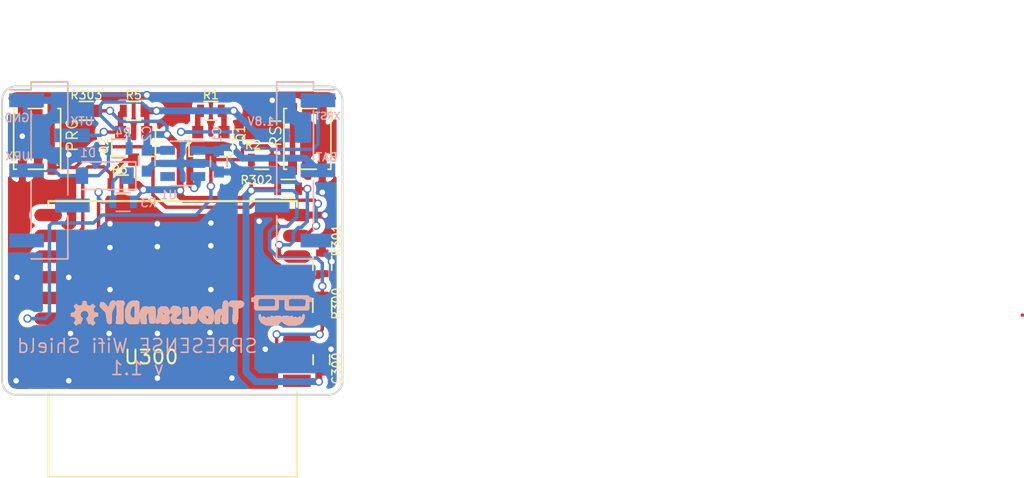
<source format=kicad_pcb>
(kicad_pcb (version 4) (host pcbnew 4.0.7)
  (title_block (title "SPRESENSE ESP8266") (date 2018-09-12) (rev v1.0))
  (layers (0 F.Cu signal) (31 B.Cu signal) (34 B.Paste user) (35 F.Paste user) (36 B.SilkS user) (37 F.SilkS user) (38 B.Mask user) (39 F.Mask user) (44 Edge.Cuts user))
  (net 0 "")
  (net 1 +3V3)
  (net 2 GND)
  (net 3 RXD)
  (net 4 TXD)
  (net 5 RESET)
  (net 6 "Net-(R300-Pad1)")
  (net 7 "Net-(R301-Pad1)")
  (net 8 "Net-(R302-Pad2)")
  (net 9 /UART2_TX)
  (net 10 /UART2_RX)
  (net 11 /XRST_1.8V)
  (net 12 "Net-(R303-Pad1)")
  (net 13 /BAT_VDD)
  (net 14 +1V8)
  (module footprint:ESP-13-WROOM-02 (layer F.Cu) (at 142.367 118.364 180)
    (fp_text reference U300 (at 10.541 1.7145 180) (layer F.SilkS))
    (fp_text value ESP-WROM-02)
    (pad 10 smd oval (at 18 12 180) (size 2 0.9) (layers F.Cu F.Paste F.Mask))
    (pad 9 smd oval (at 0 12 180) (size 2 0.9) (layers F.Cu F.Paste F.Mask) (net 2 GND))
    (pad 1 smd rect (at 0 0 180) (size 2 0.9) (layers F.Cu F.Paste F.Mask) (net 1 +3V3))
    (pad 2 smd oval (at 0 1.5 180) (size 2 0.9) (layers F.Cu F.Paste F.Mask) (net 6 "Net-(R300-Pad1)"))
    (pad 3 smd oval (at 0 3 180) (size 2 0.9) (layers F.Cu F.Paste F.Mask))
    (pad 4 smd oval (at 0 4.5 180) (size 2 0.9) (layers F.Cu F.Paste F.Mask))
    (pad 5 smd oval (at 0 6 180) (size 2 0.9) (layers F.Cu F.Paste F.Mask))
    (pad 6 smd oval (at 0 7.5 180) (size 2 0.9) (layers F.Cu F.Paste F.Mask) (net 7 "Net-(R301-Pad1)"))
    (pad 7 smd oval (at 0 9 180) (size 2 0.9) (layers F.Cu F.Paste F.Mask) (net 8 "Net-(R302-Pad2)"))
    (pad 8 smd oval (at 0 10.5 180) (size 2 0.9) (layers F.Cu F.Paste F.Mask) (net 12 "Net-(R303-Pad1)"))
    (pad 11 smd oval (at 18 10.5 180) (size 2 0.9) (layers F.Cu F.Paste F.Mask) (net 4 TXD))
    (pad 12 smd oval (at 18 9 180) (size 2 0.9) (layers F.Cu F.Paste F.Mask) (net 3 RXD))
    (pad 13 smd oval (at 18 7.5 180) (size 2 0.9) (layers F.Cu F.Paste F.Mask) (net 2 GND))
    (pad 14 smd oval (at 18 6 180) (size 2 0.9) (layers F.Cu F.Paste F.Mask))
    (pad 15 smd oval (at 18 4.5 180) (size 2 0.9) (layers F.Cu F.Paste F.Mask) (net 5 RESET))
    (pad 16 smd oval (at 18 3 180) (size 2 0.9) (layers F.Cu F.Paste F.Mask))
    (pad 17 smd oval (at 18 1.5 180) (size 2 0.9) (layers F.Cu F.Paste F.Mask))
    (pad 18 smd oval (at 18 0 180) (size 2 0.9) (layers F.Cu F.Paste F.Mask) (net 2 GND))
    (pad PAD smd rect (at 10.12 6.58 180) (size 4.3 4.3) (layers F.Cu F.Paste F.Mask) (net 2 GND))
  )
  (module TO_SOT_Packages_SMD:SOT-23 (layer F.Cu) (at 136.144 101.346 270)
    (fp_text reference Q1 (at -0.889 -2.159 270) (layer F.SilkS) (effects (font (size 0.6 0.6) (thickness 0.1))))
    (fp_text value BSS138)
    (pad 1 smd rect (at -1 -0.95 270) (size 0.9 0.8) (layers F.Cu F.Paste F.Mask) (net 14 +1V8))
    (pad 2 smd rect (at -1 0.95 270) (size 0.9 0.8) (layers F.Cu F.Paste F.Mask) (net 11 /XRST_1.8V))
    (pad 3 smd rect (at 1 0 270) (size 0.9 0.8) (layers F.Cu F.Paste F.Mask) (net 5 RESET))
  )
  (module Resistors_SMD:R_0603 (layer F.Cu) (at 144.2085 112.903 90)
    (fp_text reference R300 (at 0.127 1.016 90) (layer F.SilkS) (effects (font (size 0.6 0.6) (thickness 0.1))))
    (fp_text value 10K)
    (pad 1 smd rect (at -0.75 0 90) (size 0.5 0.9) (layers F.Cu F.Paste F.Mask) (net 6 "Net-(R300-Pad1)"))
    (pad 2 smd rect (at 0.75 0 90) (size 0.5 0.9) (layers F.Cu F.Paste F.Mask) (net 1 +3V3))
  )
  (module Capacitors_SMD:C_0603 (layer F.Cu) (at 144.145 116.84 90)
    (fp_text reference C300 (at -0.635 1.0795 90) (layer F.SilkS) (effects (font (size 0.6 0.6) (thickness 0.1))))
    (fp_text value 0.1u)
    (pad 2 smd rect (at 0.75 0 90) (size 0.8 0.75) (layers F.Cu F.Paste F.Mask) (net 2 GND))
    (pad 1 smd rect (at -0.75 0 90) (size 0.8 0.75) (layers F.Cu F.Paste F.Mask) (net 1 +3V3))
  )
  (module Resistors_SMD:R_0603 (layer F.Cu) (at 144.2085 109.855 90)
    (fp_text reference R301 (at 1.651 1.016 90) (layer F.SilkS) (effects (font (size 0.6 0.6) (thickness 0.1))))
    (fp_text value 10K)
    (pad 1 smd rect (at -0.75 0 90) (size 0.5 0.9) (layers F.Cu F.Paste F.Mask) (net 7 "Net-(R301-Pad1)"))
    (pad 2 smd rect (at 0.75 0 90) (size 0.5 0.9) (layers F.Cu F.Paste F.Mask) (net 2 GND))
  )
  (module Resistors_SMD:R_0603 (layer F.Cu) (at 141.732 104.4575)
    (fp_text reference R302 (at -2.286 -0.635) (layer F.SilkS) (effects (font (size 0.6 0.6) (thickness 0.1))))
    (fp_text value 10K)
    (pad 1 smd rect (at -0.75 0) (size 0.5 0.9) (layers F.Cu F.Paste F.Mask) (net 1 +3V3))
    (pad 2 smd rect (at 0.75 0) (size 0.5 0.9) (layers F.Cu F.Paste F.Mask) (net 8 "Net-(R302-Pad2)"))
  )
  (module Resistors_SMD:R_0603 (layer F.Cu) (at 127.127 98.806)
    (fp_text reference R303 (at 0 -1.143) (layer F.SilkS) (effects (font (size 0.6 0.6) (thickness 0.1))))
    (fp_text value 10k)
    (pad 1 smd rect (at -0.75 0) (size 0.5 0.9) (layers F.Cu F.Paste F.Mask) (net 12 "Net-(R303-Pad1)"))
    (pad 2 smd rect (at 0.75 0) (size 0.5 0.9) (layers F.Cu F.Paste F.Mask) (net 1 +3V3))
  )
  (module TO_SOT_Packages_SMD:SOT-23 (layer F.Cu) (at 130.556 101.346 270)
    (fp_text reference Q2 (at 0 2.159 270) (layer F.SilkS) (effects (font (size 0.6 0.6) (thickness 0.1))))
    (fp_text value BSS138)
    (pad 1 smd rect (at -1 -0.95 270) (size 0.9 0.8) (layers F.Cu F.Paste F.Mask) (net 14 +1V8))
    (pad 2 smd rect (at -1 0.95 270) (size 0.9 0.8) (layers F.Cu F.Paste F.Mask) (net 9 /UART2_TX))
    (pad 3 smd rect (at 1 0 270) (size 0.9 0.8) (layers F.Cu F.Paste F.Mask) (net 4 TXD))
  )
  (module Resistors_SMD:R_0603 (layer F.Cu) (at 136.144 98.806)
    (fp_text reference R1 (at 0 -1.143) (layer F.SilkS) (effects (font (size 0.6 0.6) (thickness 0.1))))
    (fp_text value 10k)
    (pad 1 smd rect (at -0.75 0) (size 0.5 0.9) (layers F.Cu F.Paste F.Mask) (net 11 /XRST_1.8V))
    (pad 2 smd rect (at 0.75 0) (size 0.5 0.9) (layers F.Cu F.Paste F.Mask) (net 14 +1V8))
  )
  (module Resistors_SMD:R_0603 (layer F.Cu) (at 139.827 102.362 180)
    (fp_text reference R2 (at 0.635 1.0795 180) (layer F.SilkS) (effects (font (size 0.6 0.6) (thickness 0.1))))
    (fp_text value 10k)
    (pad 1 smd rect (at -0.75 0 180) (size 0.5 0.9) (layers F.Cu F.Paste F.Mask) (net 5 RESET))
    (pad 2 smd rect (at 0.75 0 180) (size 0.5 0.9) (layers F.Cu F.Paste F.Mask) (net 1 +3V3))
  )
  (module Resistors_SMD:R_0603 (layer B.Cu) (at 129.794 105.41 180)
    (fp_text reference R3 (at -1.8415 -0.0635 180) (layer B.SilkS) (effects (font (size 0.6 0.6) (thickness 0.1)) (justify mirror)))
    (fp_text value 10k)
    (pad 1 smd rect (at -0.75 0 180) (size 0.5 0.9) (layers B.Cu B.Paste B.Mask) (net 1 +3V3))
    (pad 2 smd rect (at 0.75 0 180) (size 0.5 0.9) (layers B.Cu B.Paste B.Mask) (net 3 RXD))
  )
  (module Resistors_SMD:R_0603 (layer B.Cu) (at 129.4765 101.5365 180)
    (fp_text reference R4 (at -0.3175 1.143 180) (layer B.SilkS) (effects (font (size 0.6 0.6) (thickness 0.1)) (justify mirror)))
    (fp_text value 10k)
    (pad 1 smd rect (at -0.75 0 180) (size 0.5 0.9) (layers B.Cu B.Paste B.Mask) (net 14 +1V8))
    (pad 2 smd rect (at 0.75 0 180) (size 0.5 0.9) (layers B.Cu B.Paste B.Mask) (net 10 /UART2_RX))
  )
  (module Resistors_SMD:R_0603 (layer F.Cu) (at 130.556 98.806)
    (fp_text reference R5 (at 0 -1.143) (layer F.SilkS) (effects (font (size 0.6 0.6) (thickness 0.1))))
    (fp_text value 10k)
    (pad 1 smd rect (at -0.75 0) (size 0.5 0.9) (layers F.Cu F.Paste F.Mask) (net 9 /UART2_TX))
    (pad 2 smd rect (at 0.75 0) (size 0.5 0.9) (layers F.Cu F.Paste F.Mask) (net 14 +1V8))
  )
  (module Resistors_SMD:R_0603 (layer F.Cu) (at 129.667 104.14)
    (fp_text reference R6 (at -0.127 -1.0795) (layer F.SilkS) (effects (font (size 0.6 0.6) (thickness 0.1))))
    (fp_text value 10k)
    (pad 1 smd rect (at -0.75 0) (size 0.5 0.9) (layers F.Cu F.Paste F.Mask) (net 4 TXD))
    (pad 2 smd rect (at 0.75 0) (size 0.5 0.9) (layers F.Cu F.Paste F.Mask) (net 1 +3V3))
  )
  (module Capacitors_SMD:C_0603 (layer B.Cu) (at 136.7155 102.489 270)
    (fp_text reference C1 (at -1.9685 0.127 270) (layer B.SilkS) (effects (font (size 0.6 0.6) (thickness 0.1)) (justify mirror)))
    (fp_text value 10u)
    (pad 2 smd rect (at 0.75 0 270) (size 0.8 0.75) (layers B.Cu B.Paste B.Mask) (net 2 GND))
    (pad 1 smd rect (at -0.75 0 270) (size 0.8 0.75) (layers B.Cu B.Paste B.Mask) (net 13 /BAT_VDD))
  )
  (module Pin_Headers:Pin_Header_Straight_1x05_Pitch2.54mm_SMD_Pin1Right (layer B.Cu) (at 124.46 103.124 180)
    (fp_text reference J1 hide)
    (fp_text value JP1)
    (pad 2 smd rect (at -1.655 2.54 180) (size 2.51 1) (layers B.Cu B.Paste B.Mask) (net 9 /UART2_TX))
    (pad 4 smd rect (at -1.655 -2.54 180) (size 2.51 1) (layers B.Cu B.Paste B.Mask))
    (pad 1 smd rect (at 1.655 5.08 180) (size 2.51 1) (layers B.Cu B.Paste B.Mask) (net 2 GND))
    (pad 3 smd rect (at 1.655 0 180) (size 2.51 1) (layers B.Cu B.Paste B.Mask) (net 10 /UART2_RX))
    (pad 5 smd rect (at 1.655 -5.08 180) (size 2.51 1) (layers B.Cu B.Paste B.Mask))
  )
  (module Pin_Headers:Pin_Header_Straight_1x05_Pitch2.54mm_SMD_Pin1Left (layer B.Cu) (at 142.24 103.124 180)
    (fp_text reference J2 hide)
    (fp_text value JP2)
    (pad 1 smd rect (at -1.655 5.08 180) (size 2.51 1) (layers B.Cu B.Paste B.Mask) (net 11 /XRST_1.8V))
    (pad 3 smd rect (at -1.655 0 180) (size 2.51 1) (layers B.Cu B.Paste B.Mask) (net 13 /BAT_VDD))
    (pad 5 smd rect (at -1.655 -5.08 180) (size 2.51 1) (layers B.Cu B.Paste B.Mask))
    (pad 2 smd rect (at 1.655 2.54 180) (size 2.51 1) (layers B.Cu B.Paste B.Mask) (net 14 +1V8))
    (pad 4 smd rect (at 1.655 -2.54 180) (size 2.51 1) (layers B.Cu B.Paste B.Mask))
  )
  (module Capacitors_SMD:C_0603 (layer B.Cu) (at 131.5085 102.4255 270)
    (fp_text reference C2 (at -1.9685 0 270) (layer B.SilkS) (effects (font (size 0.6 0.6) (thickness 0.1)) (justify mirror)))
    (fp_text value 10u)
    (pad 2 smd rect (at 0.75 0 270) (size 0.8 0.75) (layers B.Cu B.Paste B.Mask) (net 2 GND))
    (pad 1 smd rect (at -0.75 0 270) (size 0.8 0.75) (layers B.Cu B.Paste B.Mask) (net 1 +3V3))
  )
  (module TO_SOT_Packages_SMD:SOT-23-5 (layer B.Cu) (at 134.112 102.616 180)
    (fp_text reference U1 (at 1.016 -2.286 180) (layer B.SilkS) (effects (font (size 0.6 0.6) (thickness 0.1)) (justify mirror)))
    (fp_text value MIC5219-3.3BM5)
    (pad 1 smd rect (at -1.1 0.95 180) (size 1.06 0.65) (layers B.Cu B.Paste B.Mask) (net 13 /BAT_VDD))
    (pad 2 smd rect (at -1.1 0 180) (size 1.06 0.65) (layers B.Cu B.Paste B.Mask) (net 2 GND))
    (pad 3 smd rect (at -1.1 -0.95 180) (size 1.06 0.65) (layers B.Cu B.Paste B.Mask) (net 13 /BAT_VDD))
    (pad 4 smd rect (at 1.1 -0.95 180) (size 1.06 0.65) (layers B.Cu B.Paste B.Mask))
    (pad 5 smd rect (at 1.1 0.95 180) (size 1.06 0.65) (layers B.Cu B.Paste B.Mask) (net 1 +3V3))
  )
  (module Diodes_SMD:D_SOD-123 (layer B.Cu) (at 128.4605 103.505 180)
    (fp_text reference D1 (at 1.2065 1.651 180) (layer B.SilkS) (effects (font (size 0.6 0.6) (thickness 0.1)) (justify mirror)))
    (fp_text value SD103AW)
    (pad 1 smd rect (at -1.65 0 180) (size 0.9 1.2) (layers B.Cu B.Paste B.Mask) (net 3 RXD))
    (pad 2 smd rect (at 1.65 0 180) (size 0.9 1.2) (layers B.Cu B.Paste B.Mask) (net 10 /UART2_RX))
  )
  (module Buttons_Switches_SMD:SW_SPST_PTS810 (layer F.Cu) (at 143.129 100.838 270)
    (fp_text reference SW1 hide)
    (fp_text value RESET)
    (pad 1 smd rect (at -2.075 -1.075 270) (size 1.05 0.65) (layers F.Cu F.Paste F.Mask) (net 2 GND))
    (pad 1 smd rect (at 2.075 -1.075 270) (size 1.05 0.65) (layers F.Cu F.Paste F.Mask) (net 2 GND))
    (pad 2 smd rect (at -2.075 1.075 270) (size 1.05 0.65) (layers F.Cu F.Paste F.Mask) (net 5 RESET))
    (pad 2 smd rect (at 2.075 1.075 270) (size 1.05 0.65) (layers F.Cu F.Paste F.Mask) (net 5 RESET))
  )
  (module Buttons_Switches_SMD:SW_SPST_PTS810 (layer F.Cu) (at 123.571 100.838 90)
    (fp_text reference SW2 hide)
    (fp_text value PRG)
    (pad 1 smd rect (at -2.075 -1.075 90) (size 1.05 0.65) (layers F.Cu F.Paste F.Mask) (net 2 GND))
    (pad 1 smd rect (at 2.075 -1.075 90) (size 1.05 0.65) (layers F.Cu F.Paste F.Mask) (net 2 GND))
    (pad 2 smd rect (at -2.075 1.075 90) (size 1.05 0.65) (layers F.Cu F.Paste F.Mask) (net 12 "Net-(R303-Pad1)"))
    (pad 2 smd rect (at 2.075 1.075 90) (size 1.05 0.65) (layers F.Cu F.Paste F.Mask) (net 12 "Net-(R303-Pad1)"))
  )
  (module footprint:OSHW-logo_silkscreen-front_2mm (layer B.Cu) (at 127 113.4745 180)
    (fp_text reference G*** hide)
    (fp_text value OSHW-logo_silkscreen-front_2mm hide)
  )
  (module footprint:TDIY-LOGO-S (layer B.Cu) (at 143.764 114.681 180)
    (fp_text reference ref** hide)
    (fp_text value val** hide)
  )
  (gr_text "SPRESENSE Wifi Shield\nv 1.1" (at 130.81 116.6495) (layer B.SilkS) (effects (font (size 1 1) (thickness 0.12)) (justify mirror)))
  (gr_line (start 122.047 97.028) (end 144.653 97.028) (angle 90) (layer Edge.Cuts) (width 0.15))
  (gr_line (start 121.031 118.364) (end 121.031 98.044) (angle 90) (layer Edge.Cuts) (width 0.15))
  (gr_line (start 144.653 119.38) (end 122.047 119.38) (angle 90) (layer Edge.Cuts) (width 0.15))
  (gr_line (start 145.669 98.044) (end 145.669 118.364) (angle 90) (layer Edge.Cuts) (width 0.15))
  (gr_arc (start 144.653 98.044) (end 144.653 97.028) (angle 90) (layer Edge.Cuts) (width 0.15))
  (gr_arc (start 144.653 118.364) (end 145.669 118.364) (angle 90) (layer Edge.Cuts) (width 0.15))
  (gr_arc (start 122.047 118.364) (end 122.047 119.38) (angle 90) (layer Edge.Cuts) (width 0.15))
  (gr_arc (start 122.047 98.044) (end 121.031 98.044) (angle 90) (layer Edge.Cuts) (width 0.15))
  (gr_text BAT (at 144.526 102.1715) (layer B.SilkS) (effects (font (size 0.6 0.6) (thickness 0.1)) (justify mirror)))
  (gr_text 1.8V (at 139.7635 99.568) (layer B.SilkS) (effects (font (size 0.6 0.6) (thickness 0.1)) (justify mirror)))
  (gr_text XRST (at 144.5895 99.187) (layer B.SilkS) (effects (font (size 0.5 0.5) (thickness 0.1)) (justify mirror)))
  (gr_text UTX (at 126.8095 99.568) (layer B.SilkS) (effects (font (size 0.6 0.6) (thickness 0.1)) (justify mirror)))
  (gr_text URX (at 122.174 102.108) (layer B.SilkS) (effects (font (size 0.6 0.6) (thickness 0.1)) (justify mirror)))
  (gr_text GND (at 122.1105 99.314) (layer B.SilkS) (effects (font (size 0.6 0.6) (thickness 0.1)) (justify mirror)))
  (gr_text RST (at 140.843 100.33 90) (layer F.SilkS) (effects (font (size 0.8 0.8) (thickness 0.1))))
  (gr_text PRG (at 126.111 100.584 90) (layer F.SilkS) (effects (font (size 0.8 0.8) (thickness 0.1))))
  (segment (start 194.8808 113.6091) (end 194.8773 113.6056) (width 0.25) (layer F.Cu) (net 0))
  (segment (start 132.969 100.5205) (end 132.969 99.949) (width 0.25) (layer B.Cu) (net 1))
  (segment (start 132.969 99.949) (end 132.588 99.568) (width 0.25) (layer B.Cu) (net 1))
  (segment (start 132.588 99.568) (end 129.6035 99.568) (width 0.25) (layer B.Cu) (net 1))
  (segment (start 129.6035 99.568) (end 128.8415 98.806) (width 0.25) (layer B.Cu) (net 1))
  (segment (start 128.8415 98.806) (end 127.877 98.806) (width 0.25) (layer F.Cu) (net 1))
  (via (at 128.8415 98.806) (size 0.6) (drill 0.4) (layers F.Cu B.Cu) (net 1))
  (segment (start 132.969 100.5205) (end 131.826 100.5205) (width 0.5) (layer B.Cu) (net 1))
  (via (at 132.969 100.5205) (size 0.6) (drill 0.4) (layers F.Cu B.Cu) (net 1))
  (segment (start 132.969 100.5205) (end 133.9215 101.473) (width 0.5) (layer F.Cu) (net 1))
  (segment (start 133.9215 104.5845) (end 133.9215 101.473) (width 0.5) (layer F.Cu) (net 1))
  (segment (start 131.5085 100.838) (end 131.5085 101.6755) (width 0.5) (layer B.Cu) (net 1))
  (segment (start 131.826 100.5205) (end 131.5085 100.838) (width 0.5) (layer B.Cu) (net 1))
  (segment (start 131.2545 104.521) (end 130.6075 105.3465) (width 0.25) (layer B.Cu) (net 1))
  (segment (start 130.6075 105.3465) (end 130.544 105.41) (width 0.25) (layer B.Cu) (net 1))
  (segment (start 139.065 104.5845) (end 142.113 104.5845) (width 0.25) (layer B.Cu) (net 1))
  (segment (start 144.2085 109.855) (end 144.2085 111.506) (width 0.25) (layer B.Cu) (net 1))
  (segment (start 143.8275 109.474) (end 144.2085 109.855) (width 0.25) (layer B.Cu) (net 1))
  (segment (start 141.0335 109.474) (end 143.8275 109.474) (width 0.25) (layer B.Cu) (net 1))
  (segment (start 140.3985 108.839) (end 141.0335 109.474) (width 0.25) (layer B.Cu) (net 1))
  (segment (start 140.3985 107.569) (end 140.3985 108.839) (width 0.25) (layer B.Cu) (net 1))
  (segment (start 140.7795 107.188) (end 140.3985 107.569) (width 0.25) (layer B.Cu) (net 1))
  (segment (start 141.6685 107.188) (end 140.7795 107.188) (width 0.25) (layer B.Cu) (net 1))
  (segment (start 142.367 106.4895) (end 141.6685 107.188) (width 0.25) (layer B.Cu) (net 1))
  (segment (start 142.367 104.8385) (end 142.367 106.4895) (width 0.25) (layer B.Cu) (net 1))
  (segment (start 142.113 104.5845) (end 142.367 104.8385) (width 0.25) (layer B.Cu) (net 1))
  (via (at 144.2085 111.506) (size 0.6) (drill 0.4) (layers F.Cu B.Cu) (net 1))
  (segment (start 144.2085 112.153) (end 144.2085 111.506) (width 0.25) (layer F.Cu) (net 1))
  (segment (start 138.684 110.871) (end 138.684 111.506) (width 0.5) (layer B.Cu) (net 1))
  (segment (start 138.684 110.871) (end 138.6205 110.871) (width 0.25) (layer B.Cu) (net 1))
  (segment (start 138.6205 110.871) (end 138.684 110.871) (width 0.25) (layer B.Cu) (net 1))
  (segment (start 140.982 104.4575) (end 139.192 104.4575) (width 0.25) (layer F.Cu) (net 1))
  (segment (start 139.192 104.4575) (end 139.065 104.5845) (width 0.25) (layer F.Cu) (net 1))
  (segment (start 138.684 111.506) (end 138.6205 111.506) (width 0.25) (layer B.Cu) (net 1))
  (segment (start 138.6205 111.506) (end 138.684 111.506) (width 0.25) (layer B.Cu) (net 1))
  (segment (start 143.9545 118.4275) (end 143.9545 117.7805) (width 0.5) (layer F.Cu) (net 1))
  (segment (start 143.9545 117.7805) (end 144.145 117.59) (width 0.5) (layer F.Cu) (net 1))
  (segment (start 142.4305 118.4275) (end 143.9545 118.4275) (width 0.5) (layer F.Cu) (net 1))
  (segment (start 138.684 104.9655) (end 139.065 104.5845) (width 0.5) (layer B.Cu) (net 1))
  (via (at 139.065 104.5845) (size 0.6) (drill 0.4) (layers F.Cu B.Cu) (net 1))
  (via (at 143.9545 118.4275) (size 0.6) (drill 0.4) (layers F.Cu B.Cu) (net 1))
  (segment (start 138.684 111.506) (end 138.684 117.729) (width 0.5) (layer B.Cu) (net 1))
  (segment (start 138.684 117.729) (end 139.3825 118.4275) (width 0.5) (layer B.Cu) (net 1))
  (segment (start 139.3825 118.4275) (end 143.9545 118.4275) (width 0.5) (layer B.Cu) (net 1))
  (segment (start 138.684 104.9655) (end 138.684 110.871) (width 0.5) (layer B.Cu) (net 1))
  (segment (start 139.065 102.374) (end 139.065 104.5845) (width 0.25) (layer F.Cu) (net 1))
  (segment (start 133.9215 104.961998) (end 134.1755 105.215998) (width 0.5) (layer F.Cu) (net 1))
  (segment (start 133.9215 104.961998) (end 133.9215 104.5845) (width 0.5) (layer F.Cu) (net 1))
  (segment (start 138.433502 105.215998) (end 139.065 104.5845) (width 0.5) (layer F.Cu) (net 1))
  (segment (start 134.1755 105.215998) (end 138.433502 105.215998) (width 0.5) (layer F.Cu) (net 1))
  (segment (start 139.065 102.374) (end 139.077 102.362) (width 0.25) (layer F.Cu) (net 1))
  (segment (start 131.5085 101.6755) (end 131.5085 101.4095) (width 0.25) (layer B.Cu) (net 1))
  (segment (start 130.8735 104.14) (end 131.2545 104.521) (width 0.5) (layer F.Cu) (net 1))
  (segment (start 133.858 104.521) (end 131.2545 104.521) (width 0.5) (layer B.Cu) (net 1))
  (segment (start 133.9215 104.5845) (end 133.858 104.521) (width 0.5) (layer B.Cu) (net 1))
  (via (at 133.9215 104.5845) (size 0.6) (drill 0.4) (layers F.Cu B.Cu) (net 1))
  (segment (start 130.417 104.14) (end 130.8735 104.14) (width 0.5) (layer F.Cu) (net 1))
  (via (at 131.2545 104.521) (size 0.6) (drill 0.4) (layers F.Cu B.Cu) (net 1))
  (segment (start 133.012 101.666) (end 131.518 101.666) (width 0.5) (layer B.Cu) (net 1))
  (segment (start 131.518 101.666) (end 131.5085 101.6755) (width 0.5) (layer B.Cu) (net 1))
  (segment (start 135.212 102.616) (end 132.068 102.616) (width 0.5) (layer B.Cu) (net 2))
  (segment (start 132.068 102.616) (end 131.5085 103.1755) (width 0.5) (layer B.Cu) (net 2))
  (segment (start 135.212 102.616) (end 136.0925 102.616) (width 0.5) (layer B.Cu) (net 2))
  (segment (start 136.0925 102.616) (end 136.7155 103.239) (width 0.5) (layer B.Cu) (net 2))
  (segment (start 144.204 98.613) (end 144.204 98.23) (width 0.25) (layer F.Cu) (net 2))
  (segment (start 144.204 98.23) (end 143.51 97.536) (width 0.25) (layer F.Cu) (net 2))
  (segment (start 143.51 97.536) (end 141.097 97.536) (width 0.25) (layer F.Cu) (net 2))
  (segment (start 141.097 97.536) (end 140.589 98.044) (width 0.25) (layer F.Cu) (net 2))
  (via (at 140.589 98.044) (size 0.6) (drill 0.4) (layers F.Cu B.Cu) (net 2))
  (segment (start 122.805 98.044) (end 122.805 100.3895) (width 0.25) (layer B.Cu) (net 2))
  (via (at 125.857 101.981) (size 0.6) (drill 0.4) (layers F.Cu B.Cu) (net 2))
  (segment (start 124.3965 101.981) (end 125.857 101.981) (width 0.25) (layer B.Cu) (net 2))
  (segment (start 122.805 100.3895) (end 124.3965 101.981) (width 0.25) (layer B.Cu) (net 2))
  (segment (start 122.805 98.044) (end 127.381 98.044) (width 0.25) (layer B.Cu) (net 2))
  (via (at 131.5085 97.663) (size 0.6) (drill 0.4) (layers F.Cu B.Cu) (net 2))
  (segment (start 127.762 97.663) (end 131.5085 97.663) (width 0.25) (layer B.Cu) (net 2))
  (segment (start 127.381 98.044) (end 127.762 97.663) (width 0.25) (layer B.Cu) (net 2))
  (segment (start 122.805 98.044) (end 122.805 100.334) (width 0.25) (layer B.Cu) (net 2))
  (via (at 122.4915 100.6475) (size 0.6) (drill 0.4) (layers F.Cu B.Cu) (net 2))
  (segment (start 122.805 100.334) (end 122.4915 100.6475) (width 0.25) (layer B.Cu) (net 2))
  (segment (start 122.4915 100.6475) (end 122.496 100.6475) (width 0.25) (layer F.Cu) (net 2))
  (segment (start 122.496 100.6475) (end 122.4915 100.6475) (width 0.25) (layer F.Cu) (net 2))
  (segment (start 122.4915 100.6475) (end 122.496 100.6475) (width 0.25) (layer F.Cu) (net 2))
  (segment (start 122.496 98.763) (end 122.496 100.6475) (width 0.25) (layer F.Cu) (net 2))
  (segment (start 122.496 100.6475) (end 122.496 102.913) (width 0.25) (layer F.Cu) (net 2))
  (segment (start 144.2085 109.105) (end 144.284 109.105) (width 0.25) (layer F.Cu) (net 2))
  (segment (start 144.284 109.105) (end 144.907 109.728) (width 0.25) (layer F.Cu) (net 2))
  (via (at 144.907 109.728) (size 0.6) (drill 0.4) (layers F.Cu B.Cu) (net 2))
  (segment (start 142.367 106.364) (end 140.0795 106.364) (width 0.25) (layer F.Cu) (net 2))
  (via (at 139.6365 106.807) (size 0.6) (drill 0.4) (layers F.Cu B.Cu) (net 2))
  (segment (start 140.0795 106.364) (end 139.6365 106.807) (width 0.25) (layer F.Cu) (net 2))
  (segment (start 125.984 114.935) (end 128.778 114.935) (width 0.5) (layer F.Cu) (net 2))
  (via (at 128.778 114.935) (size 0.6) (drill 0.4) (layers F.Cu B.Cu) (net 2))
  (segment (start 128.778 114.935) (end 132.2705 114.935) (width 0.5) (layer B.Cu) (net 2))
  (via (at 125.984 114.935) (size 0.6) (drill 0.4) (layers F.Cu B.Cu) (net 2))
  (segment (start 125.984 114.935) (end 125.984 114.9985) (width 0.5) (layer B.Cu) (net 2))
  (segment (start 125.984 114.9985) (end 125.984 114.935) (width 0.5) (layer B.Cu) (net 2))
  (segment (start 132.2705 106.9975) (end 132.2705 108.6485) (width 0.5) (layer B.Cu) (net 2))
  (via (at 132.2705 106.9975) (size 0.6) (drill 0.4) (layers F.Cu B.Cu) (net 2))
  (segment (start 132.247 108.672) (end 132.247 111.784) (width 0.5) (layer F.Cu) (net 2))
  (via (at 132.2705 108.6485) (size 0.6) (drill 0.4) (layers F.Cu B.Cu) (net 2))
  (segment (start 132.247 108.672) (end 132.2705 108.6485) (width 0.5) (layer F.Cu) (net 2))
  (segment (start 136.144 111.76) (end 136.144 108.585) (width 0.5) (layer B.Cu) (net 2))
  (via (at 136.144 111.76) (size 0.6) (drill 0.4) (layers F.Cu B.Cu) (net 2))
  (via (at 136.144 106.934) (size 0.6) (drill 0.4) (layers F.Cu B.Cu) (net 2))
  (segment (start 136.144 111.76) (end 132.271 111.76) (width 0.5) (layer F.Cu) (net 2))
  (segment (start 136.144 108.585) (end 136.144 106.934) (width 0.5) (layer F.Cu) (net 2))
  (via (at 136.144 108.585) (size 0.6) (drill 0.4) (layers F.Cu B.Cu) (net 2))
  (segment (start 128.8415 111.76) (end 128.8415 108.712) (width 0.5) (layer B.Cu) (net 2))
  (via (at 128.8415 111.76) (size 0.6) (drill 0.4) (layers F.Cu B.Cu) (net 2))
  (via (at 128.8415 106.9975) (size 0.6) (drill 0.4) (layers F.Cu B.Cu) (net 2))
  (segment (start 128.8415 108.712) (end 128.8415 106.9975) (width 0.5) (layer F.Cu) (net 2))
  (via (at 128.8415 108.712) (size 0.6) (drill 0.4) (layers F.Cu B.Cu) (net 2))
  (segment (start 128.8415 111.76) (end 132.223 111.76) (width 0.5) (layer F.Cu) (net 2))
  (segment (start 132.223 111.76) (end 132.247 111.784) (width 0.5) (layer F.Cu) (net 2))
  (segment (start 132.271 111.76) (end 132.247 111.784) (width 0.5) (layer F.Cu) (net 2))
  (segment (start 132.2705 114.935) (end 136.017 114.935) (width 0.5) (layer F.Cu) (net 2))
  (segment (start 136.017 114.935) (end 136.0805 114.8715) (width 0.5) (layer F.Cu) (net 2))
  (via (at 136.0805 114.8715) (size 0.6) (drill 0.4) (layers F.Cu B.Cu) (net 2))
  (segment (start 128.881 111.7205) (end 128.8415 111.76) (width 0.5) (layer F.Cu) (net 2))
  (segment (start 124.367 110.864) (end 122.1175 110.864) (width 0.5) (layer F.Cu) (net 2))
  (via (at 122.1105 110.871) (size 0.6) (drill 0.4) (layers F.Cu B.Cu) (net 2))
  (segment (start 122.1175 110.864) (end 122.1105 110.871) (width 0.5) (layer F.Cu) (net 2))
  (segment (start 124.367 118.364) (end 122.047 118.364) (width 0.5) (layer F.Cu) (net 2))
  (via (at 122.047 118.364) (size 0.6) (drill 0.4) (layers F.Cu B.Cu) (net 2))
  (segment (start 137.7315 116.078) (end 137.7315 118.11) (width 0.5) (layer F.Cu) (net 2))
  (segment (start 144.8315 116.09) (end 144.8435 116.078) (width 0.5) (layer F.Cu) (net 2))
  (segment (start 144.145 116.09) (end 144.8315 116.09) (width 0.5) (layer F.Cu) (net 2))
  (via (at 137.7315 116.078) (size 0.6) (drill 0.4) (layers F.Cu B.Cu) (net 2))
  (segment (start 137.7315 116.078) (end 140.081 116.078) (width 0.5) (layer F.Cu) (net 2))
  (via (at 140.081 116.078) (size 0.6) (drill 0.4) (layers F.Cu B.Cu) (net 2))
  (segment (start 140.081 116.078) (end 144.8435 116.078) (width 0.5) (layer B.Cu) (net 2))
  (via (at 144.8435 116.078) (size 0.6) (drill 0.4) (layers F.Cu B.Cu) (net 2))
  (segment (start 137.668 118.1735) (end 132.2705 118.1735) (width 0.5) (layer B.Cu) (net 2))
  (via (at 137.668 118.1735) (size 0.6) (drill 0.4) (layers F.Cu B.Cu) (net 2))
  (segment (start 137.7315 118.11) (end 137.668 118.1735) (width 0.5) (layer F.Cu) (net 2))
  (segment (start 132.2705 114.935) (end 132.2705 118.1735) (width 0.5) (layer B.Cu) (net 2))
  (segment (start 124.367 118.364) (end 125.857 118.364) (width 0.25) (layer F.Cu) (net 2))
  (via (at 125.857 118.364) (size 0.6) (drill 0.4) (layers F.Cu B.Cu) (net 2))
  (segment (start 132.247 114.9115) (end 132.2705 114.935) (width 0.5) (layer F.Cu) (net 2))
  (segment (start 132.247 114.9115) (end 132.247 111.784) (width 0.5) (layer F.Cu) (net 2))
  (via (at 132.2705 114.935) (size 0.6) (drill 0.4) (layers F.Cu B.Cu) (net 2))
  (segment (start 132.08 118.364) (end 125.857 118.364) (width 0.5) (layer F.Cu) (net 2))
  (segment (start 132.2705 118.1735) (end 132.08 118.364) (width 0.5) (layer F.Cu) (net 2))
  (via (at 132.2705 118.1735) (size 0.6) (drill 0.4) (layers F.Cu B.Cu) (net 2))
  (segment (start 144.204 102.913) (end 144.204 104.707) (width 0.5) (layer F.Cu) (net 2))
  (via (at 144.2085 104.7115) (size 0.6) (drill 0.4) (layers F.Cu B.Cu) (net 2))
  (segment (start 144.204 104.707) (end 144.2085 104.7115) (width 0.5) (layer F.Cu) (net 2))
  (segment (start 142.367 106.364) (end 144.3975 106.364) (width 0.5) (layer F.Cu) (net 2))
  (via (at 144.399 106.3625) (size 0.6) (drill 0.4) (layers F.Cu B.Cu) (net 2))
  (segment (start 144.3975 106.364) (end 144.399 106.3625) (width 0.5) (layer F.Cu) (net 2))
  (segment (start 144.204 98.763) (end 144.204 98.23) (width 0.5) (layer F.Cu) (net 2))
  (segment (start 124.367 110.864) (end 125.85 110.864) (width 0.25) (layer F.Cu) (net 2))
  (via (at 125.857 110.871) (size 0.6) (drill 0.4) (layers F.Cu B.Cu) (net 2))
  (segment (start 125.85 110.864) (end 125.857 110.871) (width 0.25) (layer F.Cu) (net 2))
  (segment (start 144.1245 98.763) (end 144.204 98.763) (width 0.5) (layer F.Cu) (net 2))
  (segment (start 135.139 102.628) (end 135.085 102.682) (width 0.5) (layer B.Cu) (net 2))
  (segment (start 130.1105 103.505) (end 129.4765 103.505) (width 0.25) (layer B.Cu) (net 3))
  (segment (start 129.044 103.9375) (end 129.044 105.41) (width 0.25) (layer B.Cu) (net 3))
  (segment (start 129.4765 103.505) (end 129.044 103.9375) (width 0.25) (layer B.Cu) (net 3))
  (segment (start 129.044 105.41) (end 128.27 105.41) (width 0.25) (layer B.Cu) (net 3))
  (segment (start 128.016 105.156) (end 128.016 104.7115) (width 0.25) (layer B.Cu) (net 3))
  (segment (start 128.27 105.41) (end 128.016 105.156) (width 0.25) (layer B.Cu) (net 3))
  (segment (start 128.016 104.7115) (end 128.016 107.823) (width 0.25) (layer F.Cu) (net 3))
  (segment (start 126.475 109.364) (end 124.367 109.364) (width 0.25) (layer F.Cu) (net 3))
  (segment (start 126.475 109.364) (end 127.8255 108.0135) (width 0.25) (layer F.Cu) (net 3))
  (segment (start 128.016 107.823) (end 127.8255 108.0135) (width 0.25) (layer F.Cu) (net 3))
  (via (at 128.016 104.7115) (size 0.6) (drill 0.4) (layers F.Cu B.Cu) (net 3))
  (segment (start 128.917 104.14) (end 128.917 103.366) (width 0.25) (layer F.Cu) (net 4))
  (segment (start 129.937 102.346) (end 130.556 102.346) (width 0.25) (layer F.Cu) (net 4))
  (segment (start 128.917 103.366) (end 129.937 102.346) (width 0.25) (layer F.Cu) (net 4))
  (segment (start 124.367 107.864) (end 126.324 107.864) (width 0.25) (layer F.Cu) (net 4))
  (segment (start 128.917 103.39) (end 128.917 104.14) (width 0.25) (layer F.Cu) (net 4))
  (segment (start 128.397 102.87) (end 128.917 103.39) (width 0.25) (layer F.Cu) (net 4))
  (segment (start 127.254 102.87) (end 128.397 102.87) (width 0.25) (layer F.Cu) (net 4))
  (segment (start 126.873 103.251) (end 127.254 102.87) (width 0.25) (layer F.Cu) (net 4))
  (segment (start 126.873 107.315) (end 126.873 103.251) (width 0.25) (layer F.Cu) (net 4))
  (segment (start 126.324 107.864) (end 126.873 107.315) (width 0.25) (layer F.Cu) (net 4))
  (segment (start 140.208 101.346) (end 138.684 101.346) (width 0.25) (layer F.Cu) (net 5))
  (segment (start 136.144 102.346) (end 137.43 102.346) (width 0.25) (layer F.Cu) (net 5))
  (segment (start 140.577 101.715) (end 140.208 101.346) (width 0.25) (layer F.Cu) (net 5))
  (segment (start 140.577 101.715) (end 140.577 102.362) (width 0.25) (layer F.Cu) (net 5))
  (segment (start 138.2555 102.346) (end 137.43 102.346) (width 0.25) (layer F.Cu) (net 5))
  (segment (start 138.43 102.1715) (end 138.2555 102.346) (width 0.25) (layer F.Cu) (net 5))
  (segment (start 138.43 101.6) (end 138.43 102.1715) (width 0.25) (layer F.Cu) (net 5))
  (segment (start 138.684 101.346) (end 138.43 101.6) (width 0.25) (layer F.Cu) (net 5))
  (segment (start 124.6505 106.934) (end 127.635 106.934) (width 0.25) (layer B.Cu) (net 5))
  (via (at 136.144 104.267) (size 0.6) (drill 0.4) (layers F.Cu B.Cu) (net 5))
  (segment (start 124.61875 106.96575) (end 124.46 107.1245) (width 0.25) (layer B.Cu) (net 5))
  (segment (start 124.6505 106.934) (end 124.61875 106.96575) (width 0.25) (layer B.Cu) (net 5))
  (segment (start 124.46 107.1245) (end 124.46 113.538) (width 0.25) (layer B.Cu) (net 5))
  (segment (start 124.46 113.538) (end 124.1425 113.8555) (width 0.25) (layer B.Cu) (net 5))
  (segment (start 124.1425 113.8555) (end 122.8725 113.8555) (width 0.25) (layer B.Cu) (net 5))
  (via (at 122.8725 113.8555) (size 0.6) (drill 0.4) (layers F.Cu B.Cu) (net 5))
  (segment (start 122.8725 113.8555) (end 122.881 113.864) (width 0.25) (layer F.Cu) (net 5))
  (segment (start 124.367 113.864) (end 122.881 113.864) (width 0.25) (layer F.Cu) (net 5))
  (segment (start 136.144 104.267) (end 136.144 102.346) (width 0.25) (layer F.Cu) (net 5))
  (segment (start 136.144 105.2195) (end 136.144 104.267) (width 0.25) (layer B.Cu) (net 5))
  (segment (start 135.0645 106.3625) (end 136.144 105.2195) (width 0.25) (layer B.Cu) (net 5))
  (segment (start 128.27 106.3625) (end 135.0645 106.3625) (width 0.25) (layer B.Cu) (net 5))
  (segment (start 127.635 106.934) (end 128.27 106.3625) (width 0.25) (layer B.Cu) (net 5))
  (segment (start 142.054 102.913) (end 141.128 102.913) (width 0.25) (layer F.Cu) (net 5))
  (segment (start 141.128 102.913) (end 140.577 102.362) (width 0.25) (layer F.Cu) (net 5))
  (segment (start 142.054 98.763) (end 142.054 102.913) (width 0.4) (layer F.Cu) (net 5))
  (segment (start 140.62 102.405) (end 140.577 102.362) (width 0.25) (layer F.Cu) (net 5))
  (segment (start 142.367 116.864) (end 141.248 116.864) (width 0.25) (layer F.Cu) (net 6))
  (segment (start 144.2085 114.6175) (end 144.2085 113.653) (width 0.25) (layer F.Cu) (net 6))
  (segment (start 144.018 114.9985) (end 144.2085 114.6175) (width 0.25) (layer F.Cu) (net 6))
  (via (at 144.018 114.9985) (size 0.6) (drill 0.4) (layers F.Cu B.Cu) (net 6))
  (segment (start 140.9065 114.9985) (end 144.018 114.9985) (width 0.25) (layer B.Cu) (net 6))
  (via (at 140.9065 114.9985) (size 0.6) (drill 0.4) (layers F.Cu B.Cu) (net 6))
  (segment (start 140.9065 116.459) (end 140.9065 114.9985) (width 0.25) (layer F.Cu) (net 6))
  (segment (start 141.248 116.864) (end 140.9065 116.459) (width 0.25) (layer F.Cu) (net 6))
  (segment (start 142.367 110.864) (end 143.9495 110.864) (width 0.25) (layer F.Cu) (net 7))
  (segment (start 143.9495 110.864) (end 144.2085 110.605) (width 0.25) (layer F.Cu) (net 7))
  (segment (start 143.129 104.4575) (end 143.129 106.807) (width 0.25) (layer B.Cu) (net 8))
  (segment (start 141.859 108.5215) (end 141.097 108.5215) (width 0.25) (layer B.Cu) (net 8))
  (segment (start 142.113 108.2675) (end 141.859 108.5215) (width 0.25) (layer B.Cu) (net 8))
  (segment (start 142.113 107.6325) (end 142.113 108.2675) (width 0.25) (layer B.Cu) (net 8))
  (segment (start 142.494 107.2515) (end 142.113 107.6325) (width 0.25) (layer B.Cu) (net 8))
  (segment (start 142.6845 107.2515) (end 142.494 107.2515) (width 0.25) (layer B.Cu) (net 8))
  (segment (start 143.129 106.807) (end 142.6845 107.2515) (width 0.25) (layer B.Cu) (net 8))
  (segment (start 141.097 108.5215) (end 141.097 109.22) (width 0.25) (layer F.Cu) (net 8))
  (segment (start 141.241 109.364) (end 142.367 109.364) (width 0.25) (layer F.Cu) (net 8))
  (segment (start 141.097 109.22) (end 141.241 109.364) (width 0.25) (layer F.Cu) (net 8))
  (segment (start 142.482 104.4575) (end 143.129 104.4575) (width 0.25) (layer F.Cu) (net 8))
  (via (at 143.129 104.4575) (size 0.6) (drill 0.4) (layers F.Cu B.Cu) (net 8))
  (segment (start 141.097 108.5215) (end 141.114 108.5385) (width 0.25) (layer F.Cu) (net 8))
  (via (at 141.097 108.5215) (size 0.6) (drill 0.4) (layers F.Cu B.Cu) (net 8))
  (segment (start 126.115 100.584) (end 128.143 100.584) (width 0.25) (layer B.Cu) (net 9))
  (segment (start 128.413 100.346) (end 129.606 100.346) (width 0.25) (layer F.Cu) (net 9))
  (segment (start 128.397 100.33) (end 128.413 100.346) (width 0.25) (layer F.Cu) (net 9))
  (via (at 128.397 100.33) (size 0.6) (drill 0.4) (layers F.Cu B.Cu) (net 9))
  (segment (start 128.143 100.584) (end 128.397 100.33) (width 0.25) (layer B.Cu) (net 9))
  (segment (start 129.606 100.346) (end 129.606 99.006) (width 0.4) (layer F.Cu) (net 9))
  (segment (start 129.606 99.006) (end 129.806 98.806) (width 0.25) (layer F.Cu) (net 9))
  (segment (start 122.805 103.124) (end 124.841 103.124) (width 0.25) (layer B.Cu) (net 10))
  (segment (start 125.222 103.505) (end 126.8105 103.505) (width 0.25) (layer B.Cu) (net 10))
  (segment (start 124.841 103.124) (end 125.222 103.505) (width 0.25) (layer B.Cu) (net 10))
  (segment (start 128.7265 101.5365) (end 128.7265 102.7945) (width 0.25) (layer B.Cu) (net 10))
  (segment (start 128.7265 102.7945) (end 128.016 103.505) (width 0.25) (layer B.Cu) (net 10))
  (segment (start 128.016 103.505) (end 126.8105 103.505) (width 0.25) (layer B.Cu) (net 10))
  (segment (start 123.186 103.505) (end 122.805 103.124) (width 0.25) (layer B.Cu) (net 10))
  (segment (start 126.8105 103.505) (end 127.127 103.505) (width 0.25) (layer B.Cu) (net 10))
  (segment (start 127.127 103.505) (end 126.873 102.997) (width 0.25) (layer B.Cu) (net 10))
  (segment (start 133.985 100.33) (end 137.922 100.33) (width 0.25) (layer B.Cu) (net 11))
  (segment (start 138.303 101.219) (end 138.684 101.6) (width 0.25) (layer B.Cu) (net 11))
  (segment (start 138.303 100.711) (end 138.303 101.219) (width 0.25) (layer B.Cu) (net 11))
  (segment (start 137.922 100.33) (end 138.303 100.711) (width 0.25) (layer B.Cu) (net 11))
  (segment (start 143.895 98.044) (end 143.895 101.215) (width 0.25) (layer B.Cu) (net 11))
  (segment (start 143.895 101.215) (end 143.51 101.6) (width 0.25) (layer B.Cu) (net 11))
  (segment (start 143.51 101.6) (end 138.684 101.6) (width 0.25) (layer B.Cu) (net 11))
  (segment (start 134.001 100.346) (end 135.194 100.346) (width 0.25) (layer F.Cu) (net 11))
  (segment (start 133.985 100.33) (end 134.001 100.346) (width 0.25) (layer F.Cu) (net 11))
  (via (at 133.985 100.33) (size 0.6) (drill 0.4) (layers F.Cu B.Cu) (net 11))
  (segment (start 135.194 100.346) (end 135.194 99.006) (width 0.4) (layer F.Cu) (net 11))
  (segment (start 135.194 99.006) (end 135.394 98.806) (width 0.25) (layer F.Cu) (net 11))
  (segment (start 132.9055 105.791) (end 139.0015 105.791) (width 0.25) (layer F.Cu) (net 12))
  (segment (start 131.318 101.4095) (end 131.953 102.0445) (width 0.25) (layer F.Cu) (net 12))
  (segment (start 131.953 102.0445) (end 131.953 104.902) (width 0.25) (layer F.Cu) (net 12))
  (segment (start 131.953 104.902) (end 132.9055 105.791) (width 0.25) (layer F.Cu) (net 12))
  (segment (start 124.646 102.913) (end 126.322 102.913) (width 0.25) (layer F.Cu) (net 12))
  (segment (start 126.322 102.913) (end 127.8255 101.4095) (width 0.25) (layer F.Cu) (net 12))
  (segment (start 127.8255 101.4095) (end 131.318 101.4095) (width 0.25) (layer F.Cu) (net 12))
  (segment (start 143.764 107.1245) (end 143.0245 107.864) (width 0.25) (layer F.Cu) (net 12))
  (via (at 143.764 107.1245) (size 0.6) (drill 0.4) (layers F.Cu B.Cu) (net 12))
  (segment (start 143.764 105.664) (end 143.764 107.1245) (width 0.25) (layer B.Cu) (net 12))
  (segment (start 143.891 105.537) (end 143.764 105.664) (width 0.25) (layer B.Cu) (net 12))
  (via (at 143.891 105.537) (size 0.6) (drill 0.4) (layers F.Cu B.Cu) (net 12))
  (segment (start 143.637 105.283) (end 143.891 105.537) (width 0.25) (layer F.Cu) (net 12))
  (segment (start 139.5095 105.283) (end 143.637 105.283) (width 0.25) (layer F.Cu) (net 12))
  (segment (start 139.0015 105.791) (end 139.5095 105.283) (width 0.25) (layer F.Cu) (net 12))
  (segment (start 143.0245 107.864) (end 142.367 107.864) (width 0.25) (layer F.Cu) (net 12))
  (segment (start 126.377 98.806) (end 124.689 98.806) (width 0.25) (layer F.Cu) (net 12))
  (segment (start 124.689 98.806) (end 124.646 98.763) (width 0.25) (layer F.Cu) (net 12))
  (segment (start 124.646 98.763) (end 124.646 102.913) (width 0.4) (layer F.Cu) (net 12))
  (segment (start 135.212 103.566) (end 135.1485 104.183) (width 0.5) (layer B.Cu) (net 13))
  (segment (start 137.033 101.2825) (end 134.9375 101.2825) (width 0.5) (layer F.Cu) (net 13))
  (segment (start 134.9375 101.2825) (end 134.621502 101.598498) (width 0.5) (layer F.Cu) (net 13))
  (segment (start 134.621502 101.598498) (end 134.621502 104.078002) (width 0.5) (layer F.Cu) (net 13))
  (segment (start 134.621502 104.078002) (end 134.9375 104.394) (width 0.5) (layer F.Cu) (net 13))
  (via (at 134.9375 104.394) (size 0.6) (drill 0.4) (layers F.Cu B.Cu) (net 13))
  (via (at 137.7315 101.473) (size 0.6) (drill 0.4) (layers F.Cu B.Cu) (net 13))
  (segment (start 137.033 101.2825) (end 137.7315 101.473) (width 0.5) (layer F.Cu) (net 13))
  (segment (start 135.1485 104.183) (end 134.9375 104.394) (width 0.5) (layer B.Cu) (net 13))
  (segment (start 137.7315 101.473) (end 136.9815 101.473) (width 0.5) (layer B.Cu) (net 13))
  (segment (start 136.9815 101.473) (end 136.7155 101.739) (width 0.5) (layer B.Cu) (net 13))
  (segment (start 137.7315 101.473) (end 137.7315 101.5365) (width 0.5) (layer B.Cu) (net 13))
  (segment (start 143.006 102.235) (end 143.895 103.124) (width 0.5) (layer B.Cu) (net 13))
  (segment (start 138.43 102.235) (end 143.006 102.235) (width 0.5) (layer B.Cu) (net 13))
  (segment (start 137.7315 101.5365) (end 138.43 102.235) (width 0.5) (layer B.Cu) (net 13))
  (segment (start 135.212 101.666) (end 136.6425 101.666) (width 0.5) (layer B.Cu) (net 13))
  (segment (start 136.6425 101.666) (end 136.7035 101.727) (width 0.5) (layer B.Cu) (net 13))
  (segment (start 136.6615 101.793) (end 136.7155 101.739) (width 0.5) (layer B.Cu) (net 13))
  (segment (start 128.143 99.1235) (end 129.0955 100.076) (width 0.25) (layer B.Cu) (net 14))
  (segment (start 128.143 98.425) (end 128.3335 98.171) (width 0.25) (layer B.Cu) (net 14))
  (segment (start 128.3335 98.171) (end 131.064 98.171) (width 0.25) (layer B.Cu) (net 14))
  (segment (start 131.064 98.171) (end 131.826 98.806) (width 0.25) (layer B.Cu) (net 14))
  (segment (start 132.207 98.806) (end 131.826 98.806) (width 0.25) (layer B.Cu) (net 14))
  (segment (start 128.143 98.425) (end 128.143 99.1235) (width 0.25) (layer B.Cu) (net 14))
  (segment (start 130.2265 100.572) (end 130.2265 101.5365) (width 0.25) (layer B.Cu) (net 14))
  (segment (start 129.7305 100.076) (end 130.2265 100.572) (width 0.25) (layer B.Cu) (net 14))
  (segment (start 129.0955 100.076) (end 129.7305 100.076) (width 0.25) (layer B.Cu) (net 14))
  (segment (start 130.175 101.485) (end 130.2265 101.5365) (width 0.25) (layer B.Cu) (net 14))
  (segment (start 137.795 98.806) (end 132.207 98.806) (width 0.5) (layer B.Cu) (net 14))
  (segment (start 132.207 98.806) (end 131.306 98.806) (width 0.5) (layer F.Cu) (net 14))
  (via (at 132.207 98.806) (size 0.6) (drill 0.4) (layers F.Cu B.Cu) (net 14))
  (segment (start 140.585 100.584) (end 139.573 100.584) (width 0.5) (layer B.Cu) (net 14))
  (segment (start 139.573 100.584) (end 137.795 98.806) (width 0.5) (layer B.Cu) (net 14))
  (via (at 137.795 98.806) (size 0.6) (drill 0.4) (layers F.Cu B.Cu) (net 14))
  (segment (start 137.795 98.806) (end 136.894 98.806) (width 0.5) (layer F.Cu) (net 14))
  (segment (start 131.506 100.346) (end 131.506 99.006) (width 0.4) (layer F.Cu) (net 14))
  (segment (start 131.506 99.006) (end 131.306 98.806) (width 0.25) (layer F.Cu) (net 14))
  (segment (start 137.094 100.346) (end 137.094 99.006) (width 0.4) (layer F.Cu) (net 14))
  (segment (start 137.094 99.006) (end 136.894 98.806) (width 0.25) (layer F.Cu) (net 14))
  (zone (net 2) (net_name GND) (layer F.Cu) (connect_pads (clearance 0.35)) (min_thickness 0.254) (fill yes (arc_segments 16) (thermal_gap 0.508) (thermal_bridge_width 0.508))
    (polygon (pts (xy 145.796 119.38) (xy 121.031 119.38) (xy 121.031 97.028) (xy 145.796 97.028)))
  )
  (zone (net 2) (net_name GND) (layer B.Cu) (connect_pads (clearance 0.35)) (min_thickness 0.254) (fill yes (arc_segments 16) (thermal_gap 0.508) (thermal_bridge_width 0.508))
    (polygon (pts (xy 145.796 119.38) (xy 121.031 119.38) (xy 121.031 97.028) (xy 145.796 97.028)))
  )
)
</source>
